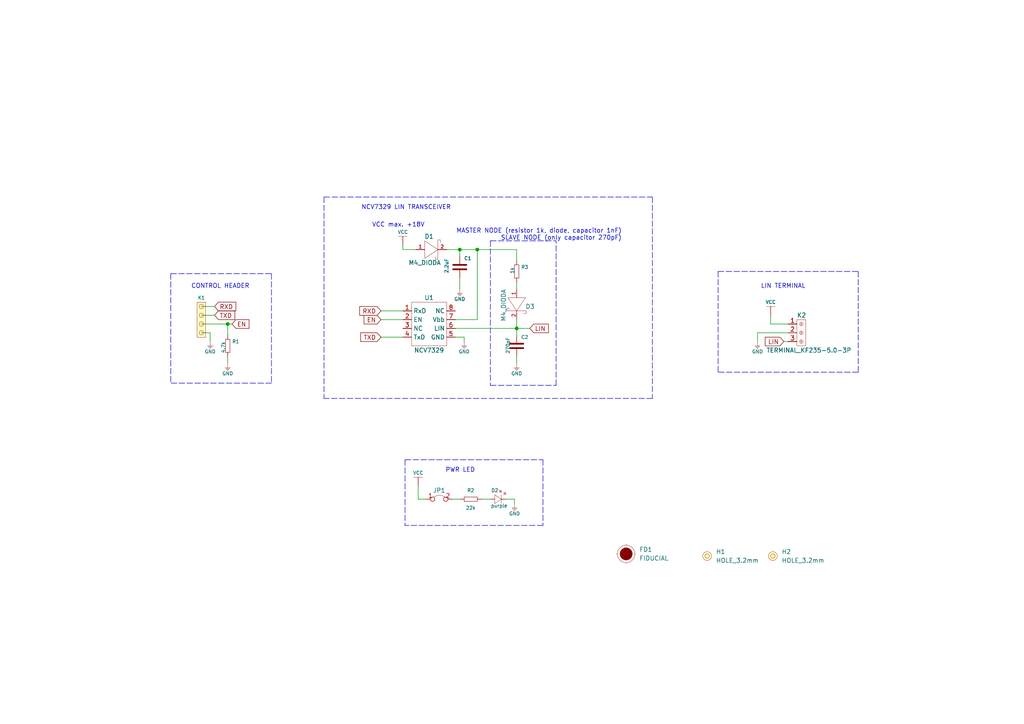
<source format=kicad_sch>
(kicad_sch (version 20210621) (generator eeschema)

  (uuid 76e213fa-eed6-4aa1-8abf-d226fe335ff2)

  (paper "A4")

  (title_block
    (title "LIN breakout")
    (date "2021-07-14")
    (rev "V1.1.1.")
    (company "SOLDERED")
    (comment 1 "333026")
  )

  (lib_symbols
    (symbol "e-radionica.com schematics:0402LED" (pin_numbers hide) (pin_names (offset 0.254) hide) (in_bom yes) (on_board yes)
      (property "Reference" "D" (id 0) (at -0.635 2.54 0)
        (effects (font (size 1 1)))
      )
      (property "Value" "0402LED" (id 1) (at 0 -2.54 0)
        (effects (font (size 1 1)))
      )
      (property "Footprint" "e-radionica.com footprinti:0402LED" (id 2) (at 0 5.08 0)
        (effects (font (size 1 1)) hide)
      )
      (property "Datasheet" "" (id 3) (at 0 0 0)
        (effects (font (size 1 1)) hide)
      )
      (symbol "0402LED_0_1"
        (polyline
          (pts
            (xy -0.635 1.27)
            (xy 1.27 0)
          )
          (stroke (width 0.0006)) (fill (type none))
        )
        (polyline
          (pts
            (xy 0.635 1.905)
            (xy 1.27 2.54)
          )
          (stroke (width 0.0006)) (fill (type none))
        )
        (polyline
          (pts
            (xy 1.27 1.27)
            (xy 1.27 -1.27)
          )
          (stroke (width 0.0006)) (fill (type none))
        )
        (polyline
          (pts
            (xy 1.905 1.27)
            (xy 2.54 1.905)
          )
          (stroke (width 0.0006)) (fill (type none))
        )
        (polyline
          (pts
            (xy -0.635 1.27)
            (xy -0.635 -1.27)
            (xy 1.27 0)
          )
          (stroke (width 0.0006)) (fill (type none))
        )
        (polyline
          (pts
            (xy 1.27 2.54)
            (xy 0.635 2.54)
            (xy 1.27 1.905)
            (xy 1.27 2.54)
          )
          (stroke (width 0.0006)) (fill (type none))
        )
        (polyline
          (pts
            (xy 2.54 1.905)
            (xy 1.905 1.905)
            (xy 2.54 1.27)
            (xy 2.54 1.905)
          )
          (stroke (width 0.0006)) (fill (type none))
        )
      )
      (symbol "0402LED_1_1"
        (pin passive line (at -1.905 0 0) (length 1.27)
          (name "A" (effects (font (size 1.27 1.27))))
          (number "1" (effects (font (size 1.27 1.27))))
        )
        (pin passive line (at 2.54 0 180) (length 1.27)
          (name "K" (effects (font (size 1.27 1.27))))
          (number "2" (effects (font (size 1.27 1.27))))
        )
      )
    )
    (symbol "e-radionica.com schematics:0402R" (pin_numbers hide) (pin_names (offset 0.254)) (in_bom yes) (on_board yes)
      (property "Reference" "R" (id 0) (at -1.905 1.27 0)
        (effects (font (size 1 1)))
      )
      (property "Value" "0402R" (id 1) (at 0 -1.27 0)
        (effects (font (size 1 1)))
      )
      (property "Footprint" "e-radionica.com footprinti:0402R" (id 2) (at -2.54 1.905 0)
        (effects (font (size 1 1)) hide)
      )
      (property "Datasheet" "" (id 3) (at -2.54 1.905 0)
        (effects (font (size 1 1)) hide)
      )
      (symbol "0402R_0_1"
        (rectangle (start -1.905 -0.635) (end 1.905 -0.6604)
          (stroke (width 0.1)) (fill (type none))
        )
        (rectangle (start -1.905 0.635) (end -1.8796 -0.635)
          (stroke (width 0.1)) (fill (type none))
        )
        (rectangle (start -1.905 0.635) (end 1.905 0.6096)
          (stroke (width 0.1)) (fill (type none))
        )
        (rectangle (start 1.905 0.635) (end 1.9304 -0.635)
          (stroke (width 0.1)) (fill (type none))
        )
      )
      (symbol "0402R_1_1"
        (pin passive line (at -3.175 0 0) (length 1.27)
          (name "~" (effects (font (size 1.27 1.27))))
          (number "1" (effects (font (size 1.27 1.27))))
        )
        (pin passive line (at 3.175 0 180) (length 1.27)
          (name "~" (effects (font (size 1.27 1.27))))
          (number "2" (effects (font (size 1.27 1.27))))
        )
      )
    )
    (symbol "e-radionica.com schematics:0603C" (pin_numbers hide) (pin_names (offset 0.002)) (in_bom yes) (on_board yes)
      (property "Reference" "C" (id 0) (at -0.635 3.175 0)
        (effects (font (size 1 1)))
      )
      (property "Value" "0603C" (id 1) (at 0 -3.175 0)
        (effects (font (size 1 1)))
      )
      (property "Footprint" "e-radionica.com footprinti:0603C" (id 2) (at 0 0 0)
        (effects (font (size 1 1)) hide)
      )
      (property "Datasheet" "" (id 3) (at 0 0 0)
        (effects (font (size 1 1)) hide)
      )
      (symbol "0603C_0_1"
        (polyline
          (pts
            (xy -0.635 1.905)
            (xy -0.635 -1.905)
          )
          (stroke (width 0.5)) (fill (type none))
        )
        (polyline
          (pts
            (xy 0.635 1.905)
            (xy 0.635 -1.905)
          )
          (stroke (width 0.5)) (fill (type none))
        )
      )
      (symbol "0603C_1_1"
        (pin passive line (at -3.175 0 0) (length 2.54)
          (name "~" (effects (font (size 1.27 1.27))))
          (number "1" (effects (font (size 1.27 1.27))))
        )
        (pin passive line (at 3.175 0 180) (length 2.54)
          (name "~" (effects (font (size 1.27 1.27))))
          (number "2" (effects (font (size 1.27 1.27))))
        )
      )
    )
    (symbol "e-radionica.com schematics:0603R" (pin_numbers hide) (pin_names (offset 0.254)) (in_bom yes) (on_board yes)
      (property "Reference" "R" (id 0) (at -1.905 1.905 0)
        (effects (font (size 1 1)))
      )
      (property "Value" "0603R" (id 1) (at 0 -1.905 0)
        (effects (font (size 1 1)))
      )
      (property "Footprint" "e-radionica.com footprinti:0603R" (id 2) (at -0.635 1.905 0)
        (effects (font (size 1 1)) hide)
      )
      (property "Datasheet" "" (id 3) (at -0.635 1.905 0)
        (effects (font (size 1 1)) hide)
      )
      (symbol "0603R_0_1"
        (rectangle (start -1.905 -0.635) (end 1.905 -0.6604)
          (stroke (width 0.1)) (fill (type none))
        )
        (rectangle (start -1.905 0.635) (end -1.8796 -0.635)
          (stroke (width 0.1)) (fill (type none))
        )
        (rectangle (start -1.905 0.635) (end 1.905 0.6096)
          (stroke (width 0.1)) (fill (type none))
        )
        (rectangle (start 1.905 0.635) (end 1.9304 -0.635)
          (stroke (width 0.1)) (fill (type none))
        )
      )
      (symbol "0603R_1_1"
        (pin passive line (at -3.175 0 0) (length 1.27)
          (name "~" (effects (font (size 1.27 1.27))))
          (number "1" (effects (font (size 1.27 1.27))))
        )
        (pin passive line (at 3.175 0 180) (length 1.27)
          (name "~" (effects (font (size 1.27 1.27))))
          (number "2" (effects (font (size 1.27 1.27))))
        )
      )
    )
    (symbol "e-radionica.com schematics:FIDUCIAL" (in_bom yes) (on_board yes)
      (property "Reference" "FD" (id 0) (at 0 3.81 0)
        (effects (font (size 1.27 1.27)))
      )
      (property "Value" "FIDUCIAL" (id 1) (at 0 -3.81 0)
        (effects (font (size 1.27 1.27)))
      )
      (property "Footprint" "e-radionica.com footprinti:FIDUCIAL_23" (id 2) (at 0.254 -5.334 0)
        (effects (font (size 1.27 1.27)) hide)
      )
      (property "Datasheet" "" (id 3) (at 0 0 0)
        (effects (font (size 1.27 1.27)) hide)
      )
      (symbol "FIDUCIAL_0_1"
        (circle (center 0 0) (radius 2.54) (stroke (width 0.0006)) (fill (type none)))
        (circle (center 0 0) (radius 1.7961) (stroke (width 0.001)) (fill (type outline)))
        (polyline
          (pts
            (xy -2.54 0)
            (xy -2.794 0)
          )
          (stroke (width 0.0006)) (fill (type none))
        )
        (polyline
          (pts
            (xy 0 -2.54)
            (xy 0 -2.794)
          )
          (stroke (width 0.0006)) (fill (type none))
        )
        (polyline
          (pts
            (xy 0 2.54)
            (xy 0 2.794)
          )
          (stroke (width 0.0006)) (fill (type none))
        )
        (polyline
          (pts
            (xy 2.54 0)
            (xy 2.794 0)
          )
          (stroke (width 0.0006)) (fill (type none))
        )
      )
    )
    (symbol "e-radionica.com schematics:GND_3" (power) (pin_names (offset 0)) (in_bom yes) (on_board yes)
      (property "Reference" "#PWR" (id 0) (at 4.445 0 0)
        (effects (font (size 1 1)) hide)
      )
      (property "Value" "GND" (id 1) (at 0 -2.921 0)
        (effects (font (size 1 1)))
      )
      (property "Footprint" "" (id 2) (at 4.445 3.81 0)
        (effects (font (size 1 1)) hide)
      )
      (property "Datasheet" "" (id 3) (at 4.445 3.81 0)
        (effects (font (size 1 1)) hide)
      )
      (property "ki_keywords" "power-flag" (id 4) (at 0 0 0)
        (effects (font (size 1.27 1.27)) hide)
      )
      (property "ki_description" "Power symbol creates a global label with name \"+3V3\"" (id 5) (at 0 0 0)
        (effects (font (size 1.27 1.27)) hide)
      )
      (symbol "GND_3_0_1"
        (polyline
          (pts
            (xy -0.762 -1.27)
            (xy 0.762 -1.27)
          )
          (stroke (width 0.0006)) (fill (type none))
        )
        (polyline
          (pts
            (xy -0.635 -1.524)
            (xy 0.635 -1.524)
          )
          (stroke (width 0.0006)) (fill (type none))
        )
        (polyline
          (pts
            (xy -0.381 -1.778)
            (xy 0.381 -1.778)
          )
          (stroke (width 0.0006)) (fill (type none))
        )
        (polyline
          (pts
            (xy -0.127 -2.032)
            (xy 0.127 -2.032)
          )
          (stroke (width 0.0006)) (fill (type none))
        )
        (polyline
          (pts
            (xy 0 0)
            (xy 0 -1.27)
          )
          (stroke (width 0.0006)) (fill (type none))
        )
      )
      (symbol "GND_3_1_1"
        (pin power_in line (at 0 0 270) (length 0) hide
          (name "GND" (effects (font (size 1.27 1.27))))
          (number "1" (effects (font (size 1.27 1.27))))
        )
      )
    )
    (symbol "e-radionica.com schematics:HEADER_MALE_4X1" (pin_numbers hide) (pin_names hide) (in_bom yes) (on_board yes)
      (property "Reference" "K" (id 0) (at -0.635 7.62 0)
        (effects (font (size 1 1)))
      )
      (property "Value" "HEADER_MALE_4X1" (id 1) (at 0 -5.08 0)
        (effects (font (size 1 1)))
      )
      (property "Footprint" "e-radionica.com footprinti:HEADER_MALE_4X1" (id 2) (at 0 -2.54 0)
        (effects (font (size 1 1)) hide)
      )
      (property "Datasheet" "" (id 3) (at 0 -2.54 0)
        (effects (font (size 1 1)) hide)
      )
      (symbol "HEADER_MALE_4X1_0_1"
        (circle (center 0 -2.54) (radius 0.635) (stroke (width 0.0006)) (fill (type none)))
        (circle (center 0 0) (radius 0.635) (stroke (width 0.0006)) (fill (type none)))
        (circle (center 0 2.54) (radius 0.635) (stroke (width 0.0006)) (fill (type none)))
        (circle (center 0 5.08) (radius 0.635) (stroke (width 0.0006)) (fill (type none)))
        (rectangle (start 1.27 -3.81) (end -1.27 6.35)
          (stroke (width 0.001)) (fill (type background))
        )
      )
      (symbol "HEADER_MALE_4X1_1_1"
        (pin passive line (at 0 -2.54 180) (length 0)
          (name "~" (effects (font (size 1 1))))
          (number "1" (effects (font (size 1 1))))
        )
        (pin passive line (at 0 0 180) (length 0)
          (name "~" (effects (font (size 1 1))))
          (number "2" (effects (font (size 1 1))))
        )
        (pin passive line (at 0 2.54 180) (length 0)
          (name "~" (effects (font (size 1 1))))
          (number "3" (effects (font (size 1 1))))
        )
        (pin passive line (at 0 5.08 180) (length 0)
          (name "~" (effects (font (size 1 1))))
          (number "4" (effects (font (size 1 1))))
        )
      )
    )
    (symbol "e-radionica.com schematics:HOLE_3.2mm" (pin_numbers hide) (pin_names hide) (in_bom yes) (on_board yes)
      (property "Reference" "H" (id 0) (at 0 2.54 0)
        (effects (font (size 1.27 1.27)))
      )
      (property "Value" "HOLE_3.2mm" (id 1) (at 0 -2.54 0)
        (effects (font (size 1.27 1.27)))
      )
      (property "Footprint" "e-radionica.com footprinti:HOLE_3.2mm" (id 2) (at 0 0 0)
        (effects (font (size 1.27 1.27)) hide)
      )
      (property "Datasheet" "" (id 3) (at 0 0 0)
        (effects (font (size 1.27 1.27)) hide)
      )
      (symbol "HOLE_3.2mm_0_1"
        (circle (center 0 0) (radius 0.635) (stroke (width 0.0006)) (fill (type none)))
        (circle (center 0 0) (radius 1.27) (stroke (width 0.001)) (fill (type background)))
      )
    )
    (symbol "e-radionica.com schematics:M4_DIODA" (pin_names hide) (in_bom yes) (on_board yes)
      (property "Reference" "D" (id 0) (at 0 3.81 0)
        (effects (font (size 1.27 1.27)))
      )
      (property "Value" "M4_DIODA" (id 1) (at 0 -4.572 0)
        (effects (font (size 1.27 1.27)))
      )
      (property "Footprint" "e-radionica.com footprinti:M4_DIODA" (id 2) (at 0 -6.35 0)
        (effects (font (size 1.27 1.27)) hide)
      )
      (property "Datasheet" "" (id 3) (at 0 0 0)
        (effects (font (size 1.27 1.27)) hide)
      )
      (symbol "M4_DIODA_0_1"
        (polyline
          (pts
            (xy -2.54 2.54)
            (xy -2.54 -2.54)
            (xy 1.27 0)
            (xy -2.54 2.54)
          )
          (stroke (width 0.0006)) (fill (type none))
        )
        (polyline
          (pts
            (xy 1.27 2.794)
            (xy 1.27 -2.794)
            (xy 0.508 -2.794)
            (xy 0.508 -2.032)
          )
          (stroke (width 0.0006)) (fill (type none))
        )
        (polyline
          (pts
            (xy 1.27 2.794)
            (xy 2.032 2.794)
            (xy 2.032 2.032)
            (xy 2.032 2.54)
          )
          (stroke (width 0.0006)) (fill (type none))
        )
      )
      (symbol "M4_DIODA_1_1"
        (pin passive line (at -5.08 0 0) (length 2.54)
          (name "A" (effects (font (size 1 1))))
          (number "1" (effects (font (size 1 1))))
        )
        (pin passive line (at 3.81 0 180) (length 2.54)
          (name "K" (effects (font (size 1 1))))
          (number "2" (effects (font (size 1 1))))
        )
      )
    )
    (symbol "e-radionica.com schematics:NCV7329" (in_bom yes) (on_board yes)
      (property "Reference" "U" (id 0) (at 0 7.62 0)
        (effects (font (size 1.27 1.27)))
      )
      (property "Value" "NCV7329" (id 1) (at 0 -7.62 0)
        (effects (font (size 1.27 1.27)))
      )
      (property "Footprint" "e-radionica.com footprinti:SOIC−8" (id 2) (at 0 -5.08 0)
        (effects (font (size 1.27 1.27)) hide)
      )
      (property "Datasheet" "" (id 3) (at 0 -5.08 0)
        (effects (font (size 1.27 1.27)) hide)
      )
      (symbol "NCV7329_0_1"
        (rectangle (start -5.08 6.35) (end 5.08 -6.35)
          (stroke (width 0.0006)) (fill (type none))
        )
      )
      (symbol "NCV7329_1_1"
        (pin passive line (at -7.62 3.81 0) (length 2.54)
          (name "RxD" (effects (font (size 1.27 1.27))))
          (number "1" (effects (font (size 1.27 1.27))))
        )
        (pin passive line (at -7.62 1.27 0) (length 2.54)
          (name "EN" (effects (font (size 1.27 1.27))))
          (number "2" (effects (font (size 1.27 1.27))))
        )
        (pin passive line (at -7.62 -1.27 0) (length 2.54)
          (name "NC" (effects (font (size 1.27 1.27))))
          (number "3" (effects (font (size 1.27 1.27))))
        )
        (pin passive line (at -7.62 -3.81 0) (length 2.54)
          (name "TxD" (effects (font (size 1.27 1.27))))
          (number "4" (effects (font (size 1.27 1.27))))
        )
        (pin passive line (at 7.62 -3.81 180) (length 2.54)
          (name "GND" (effects (font (size 1.27 1.27))))
          (number "5" (effects (font (size 1.27 1.27))))
        )
        (pin passive line (at 7.62 -1.27 180) (length 2.54)
          (name "LIN" (effects (font (size 1.27 1.27))))
          (number "6" (effects (font (size 1.27 1.27))))
        )
        (pin passive line (at 7.62 1.27 180) (length 2.54)
          (name "Vbb" (effects (font (size 1.27 1.27))))
          (number "7" (effects (font (size 1.27 1.27))))
        )
        (pin passive line (at 7.62 3.81 180) (length 2.54)
          (name "NC" (effects (font (size 1.27 1.27))))
          (number "8" (effects (font (size 1.27 1.27))))
        )
      )
    )
    (symbol "e-radionica.com schematics:SMD-JUMPER-CONNECTED_TRACE_SLODERMASK" (in_bom yes) (on_board yes)
      (property "Reference" "JP" (id 0) (at 0 3.556 0)
        (effects (font (size 1.27 1.27)))
      )
      (property "Value" "SMD-JUMPER-CONNECTED_TRACE_SLODERMASK" (id 1) (at 0 -2.54 0)
        (effects (font (size 1.27 1.27)))
      )
      (property "Footprint" "e-radionica.com footprinti:SMD-JUMPER-CONNECTED_TRACE_SLODERMASK" (id 2) (at 0 -5.715 0)
        (effects (font (size 1.27 1.27)) hide)
      )
      (property "Datasheet" "" (id 3) (at 0 0 0)
        (effects (font (size 1.27 1.27)) hide)
      )
      (symbol "SMD-JUMPER-CONNECTED_TRACE_SLODERMASK_0_1"
        (arc (start -1.8034 0.5588) (end 1.397 0.5842) (radius (at -0.1875 -1.4124) (length 2.5489) (angles 129.3 51.6))
          (stroke (width 0.0006)) (fill (type none))
        )
      )
      (symbol "SMD-JUMPER-CONNECTED_TRACE_SLODERMASK_1_1"
        (pin passive inverted (at -4.064 0 0) (length 2.54)
          (name "" (effects (font (size 1.27 1.27))))
          (number "1" (effects (font (size 1.27 1.27))))
        )
        (pin passive inverted (at 3.556 0 180) (length 2.54)
          (name "" (effects (font (size 1.27 1.27))))
          (number "2" (effects (font (size 1.27 1.27))))
        )
      )
    )
    (symbol "e-radionica.com schematics:TERMINAL_KF235-5.0-3P" (in_bom yes) (on_board yes)
      (property "Reference" "K" (id 0) (at 0 5.08 0)
        (effects (font (size 1.27 1.27)))
      )
      (property "Value" "TERMINAL_KF235-5.0-3P" (id 1) (at 0 -5.08 0)
        (effects (font (size 1.27 1.27)))
      )
      (property "Footprint" "e-radionica.com footprinti:TERMINAL_KF235-5.0-3P" (id 2) (at 0 -7.62 0)
        (effects (font (size 1.27 1.27)) hide)
      )
      (property "Datasheet" "" (id 3) (at 0 0 0)
        (effects (font (size 1.27 1.27)) hide)
      )
      (symbol "TERMINAL_KF235-5.0-3P_0_1"
        (circle (center 0 -2.54) (radius 0.508) (stroke (width 0.0006)) (fill (type none)))
        (circle (center 0 0) (radius 0.508) (stroke (width 0.0006)) (fill (type none)))
        (circle (center 0 2.54) (radius 0.508) (stroke (width 0.0006)) (fill (type none)))
        (rectangle (start -1.27 3.81) (end 1.27 -3.81)
          (stroke (width 0.0006)) (fill (type none))
        )
        (polyline
          (pts
            (xy -0.254 -2.54)
            (xy 0.254 -2.54)
          )
          (stroke (width 0.0006)) (fill (type none))
        )
        (polyline
          (pts
            (xy -0.254 0)
            (xy 0.254 0)
          )
          (stroke (width 0.0006)) (fill (type none))
        )
        (polyline
          (pts
            (xy -0.254 2.54)
            (xy 0.254 2.54)
          )
          (stroke (width 0.0006)) (fill (type none))
        )
        (polyline
          (pts
            (xy 0 -2.032)
            (xy 0 -3.048)
          )
          (stroke (width 0.0006)) (fill (type none))
        )
        (polyline
          (pts
            (xy 0 0.508)
            (xy 0 -0.508)
          )
          (stroke (width 0.0006)) (fill (type none))
        )
        (polyline
          (pts
            (xy 0 3.048)
            (xy 0 2.032)
          )
          (stroke (width 0.0006)) (fill (type none))
        )
      )
      (symbol "TERMINAL_KF235-5.0-3P_1_1"
        (pin input line (at -3.81 2.54 0) (length 2.54)
          (name "~" (effects (font (size 1.27 1.27))))
          (number "1" (effects (font (size 1.27 1.27))))
        )
        (pin input line (at -3.81 0 0) (length 2.54)
          (name "~" (effects (font (size 1.27 1.27))))
          (number "2" (effects (font (size 1.27 1.27))))
        )
        (pin input line (at -3.81 -2.54 0) (length 2.54)
          (name "~" (effects (font (size 1.27 1.27))))
          (number "3" (effects (font (size 1.27 1.27))))
        )
      )
    )
    (symbol "e-radionica.com schematics:VCC" (power) (pin_names (offset 0)) (in_bom yes) (on_board yes)
      (property "Reference" "#PWR" (id 0) (at 4.445 0 0)
        (effects (font (size 1 1)) hide)
      )
      (property "Value" "VCC" (id 1) (at 0 3.556 0)
        (effects (font (size 1 1)))
      )
      (property "Footprint" "" (id 2) (at 4.445 3.81 0)
        (effects (font (size 1 1)) hide)
      )
      (property "Datasheet" "" (id 3) (at 4.445 3.81 0)
        (effects (font (size 1 1)) hide)
      )
      (property "ki_keywords" "power-flag" (id 4) (at 0 0 0)
        (effects (font (size 1.27 1.27)) hide)
      )
      (property "ki_description" "Power symbol creates a global label with name \"+3V3\"" (id 5) (at 0 0 0)
        (effects (font (size 1.27 1.27)) hide)
      )
      (symbol "VCC_0_1"
        (polyline
          (pts
            (xy -1.27 2.54)
            (xy 1.27 2.54)
          )
          (stroke (width 0.0006)) (fill (type none))
        )
        (polyline
          (pts
            (xy 0 0)
            (xy 0 2.54)
          )
          (stroke (width 0)) (fill (type none))
        )
      )
      (symbol "VCC_1_1"
        (pin power_in line (at 0 0 90) (length 0) hide
          (name "VCC" (effects (font (size 1.27 1.27))))
          (number "1" (effects (font (size 1.27 1.27))))
        )
      )
    )
  )

  (junction (at 66.04 93.98) (diameter 0.9144) (color 0 0 0 0))
  (junction (at 133.35 72.39) (diameter 0.9144) (color 0 0 0 0))
  (junction (at 138.43 72.39) (diameter 0.9144) (color 0 0 0 0))
  (junction (at 149.86 95.25) (diameter 0.9144) (color 0 0 0 0))

  (wire (pts (xy 58.42 88.9) (xy 62.23 88.9))
    (stroke (width 0) (type solid) (color 0 0 0 0))
    (uuid 6a775b72-965d-4302-8b11-35e9ad6c9ad0)
  )
  (wire (pts (xy 58.42 91.44) (xy 62.23 91.44))
    (stroke (width 0) (type solid) (color 0 0 0 0))
    (uuid 69bb6de3-dcd8-4af3-8aa6-fa27cefa55ca)
  )
  (wire (pts (xy 58.42 93.98) (xy 66.04 93.98))
    (stroke (width 0) (type solid) (color 0 0 0 0))
    (uuid ccfd4ed6-36ee-4304-acc8-2a7750d276b1)
  )
  (wire (pts (xy 58.42 96.52) (xy 60.96 96.52))
    (stroke (width 0) (type solid) (color 0 0 0 0))
    (uuid b60c5acf-7839-4d8d-9c1b-d219e58044ee)
  )
  (wire (pts (xy 60.96 96.52) (xy 60.96 99.06))
    (stroke (width 0) (type solid) (color 0 0 0 0))
    (uuid b60c5acf-7839-4d8d-9c1b-d219e58044ee)
  )
  (wire (pts (xy 66.04 93.98) (xy 66.04 97.155))
    (stroke (width 0) (type solid) (color 0 0 0 0))
    (uuid 06fb5969-6c78-40ee-a0c8-761f30697971)
  )
  (wire (pts (xy 66.04 93.98) (xy 67.31 93.98))
    (stroke (width 0) (type solid) (color 0 0 0 0))
    (uuid ccfd4ed6-36ee-4304-acc8-2a7750d276b1)
  )
  (wire (pts (xy 66.04 103.505) (xy 66.04 105.41))
    (stroke (width 0) (type solid) (color 0 0 0 0))
    (uuid 2d086919-3634-4eca-9ac1-5234112016ae)
  )
  (wire (pts (xy 110.49 90.17) (xy 116.84 90.17))
    (stroke (width 0) (type solid) (color 0 0 0 0))
    (uuid 7f30784b-1f64-413d-8463-cf7b3c93f3e2)
  )
  (wire (pts (xy 110.49 92.71) (xy 116.84 92.71))
    (stroke (width 0) (type solid) (color 0 0 0 0))
    (uuid fd89b58e-86f5-4877-bc52-23a3a627b853)
  )
  (wire (pts (xy 110.49 97.79) (xy 116.84 97.79))
    (stroke (width 0) (type solid) (color 0 0 0 0))
    (uuid dff8eb2c-6aca-41f4-9ca3-481bff70ac5a)
  )
  (wire (pts (xy 116.84 72.39) (xy 116.84 71.12))
    (stroke (width 0) (type solid) (color 0 0 0 0))
    (uuid 8a4730f9-71ca-41ec-917d-8ec3eaba4564)
  )
  (wire (pts (xy 120.65 72.39) (xy 116.84 72.39))
    (stroke (width 0) (type solid) (color 0 0 0 0))
    (uuid 8a4730f9-71ca-41ec-917d-8ec3eaba4564)
  )
  (wire (pts (xy 121.285 140.97) (xy 121.285 144.78))
    (stroke (width 0) (type solid) (color 0 0 0 0))
    (uuid d135574b-3dd4-46b7-948d-8609eae83474)
  )
  (wire (pts (xy 123.571 144.78) (xy 121.285 144.78))
    (stroke (width 0) (type solid) (color 0 0 0 0))
    (uuid 50b05092-e69d-4444-85d6-64e5700df657)
  )
  (wire (pts (xy 131.191 144.78) (xy 133.35 144.78))
    (stroke (width 0) (type solid) (color 0 0 0 0))
    (uuid ae10e11d-3a72-4245-a4fc-13f370b3db38)
  )
  (wire (pts (xy 132.08 95.25) (xy 149.86 95.25))
    (stroke (width 0) (type solid) (color 0 0 0 0))
    (uuid 9e8b2346-c468-47e2-b53f-1e3e64503f68)
  )
  (wire (pts (xy 132.08 97.79) (xy 134.62 97.79))
    (stroke (width 0) (type solid) (color 0 0 0 0))
    (uuid 616833f0-50f4-4153-8dca-2f88b1181e2a)
  )
  (wire (pts (xy 133.35 72.39) (xy 129.54 72.39))
    (stroke (width 0) (type solid) (color 0 0 0 0))
    (uuid e25dde7a-de32-4f2a-bd42-b6952ccd1e27)
  )
  (wire (pts (xy 133.35 72.39) (xy 133.35 74.295))
    (stroke (width 0) (type solid) (color 0 0 0 0))
    (uuid 2d7ae0bd-0007-4297-8e05-32320efa073c)
  )
  (wire (pts (xy 133.35 80.645) (xy 133.35 83.82))
    (stroke (width 0) (type solid) (color 0 0 0 0))
    (uuid 304d1f9f-0ae6-4c09-a682-f1f13aaf4502)
  )
  (wire (pts (xy 134.62 97.79) (xy 134.62 99.06))
    (stroke (width 0) (type solid) (color 0 0 0 0))
    (uuid 616833f0-50f4-4153-8dca-2f88b1181e2a)
  )
  (wire (pts (xy 138.43 72.39) (xy 133.35 72.39))
    (stroke (width 0) (type solid) (color 0 0 0 0))
    (uuid e25dde7a-de32-4f2a-bd42-b6952ccd1e27)
  )
  (wire (pts (xy 138.43 72.39) (xy 138.43 92.71))
    (stroke (width 0) (type solid) (color 0 0 0 0))
    (uuid a44b84ea-f754-4a2e-894b-26be37b13950)
  )
  (wire (pts (xy 138.43 92.71) (xy 132.08 92.71))
    (stroke (width 0) (type solid) (color 0 0 0 0))
    (uuid a44b84ea-f754-4a2e-894b-26be37b13950)
  )
  (wire (pts (xy 139.7 144.78) (xy 142.24 144.78))
    (stroke (width 0) (type solid) (color 0 0 0 0))
    (uuid 3014cdde-82b5-4ef5-897d-cacb87f41049)
  )
  (wire (pts (xy 149.225 144.78) (xy 146.685 144.78))
    (stroke (width 0) (type solid) (color 0 0 0 0))
    (uuid 2061ba58-9d90-4ba6-997c-3e8ae190b022)
  )
  (wire (pts (xy 149.225 144.78) (xy 149.225 146.05))
    (stroke (width 0) (type solid) (color 0 0 0 0))
    (uuid 901a42df-7872-4d66-8df2-445fdaed839f)
  )
  (wire (pts (xy 149.86 72.39) (xy 138.43 72.39))
    (stroke (width 0) (type solid) (color 0 0 0 0))
    (uuid f2ebad95-3300-4965-948a-d403fd075032)
  )
  (wire (pts (xy 149.86 75.565) (xy 149.86 72.39))
    (stroke (width 0) (type solid) (color 0 0 0 0))
    (uuid f2ebad95-3300-4965-948a-d403fd075032)
  )
  (wire (pts (xy 149.86 81.915) (xy 149.86 83.82))
    (stroke (width 0) (type solid) (color 0 0 0 0))
    (uuid 47daae16-1a84-482c-9aff-6d9858b12418)
  )
  (wire (pts (xy 149.86 95.25) (xy 149.86 92.71))
    (stroke (width 0) (type solid) (color 0 0 0 0))
    (uuid 9e8b2346-c468-47e2-b53f-1e3e64503f68)
  )
  (wire (pts (xy 149.86 95.25) (xy 149.86 97.155))
    (stroke (width 0) (type solid) (color 0 0 0 0))
    (uuid f922bedf-ae3f-4c72-902f-1d2a8f06bc81)
  )
  (wire (pts (xy 149.86 95.25) (xy 153.67 95.25))
    (stroke (width 0) (type solid) (color 0 0 0 0))
    (uuid e3420765-e308-4b5e-a541-145178eb12fb)
  )
  (wire (pts (xy 149.86 103.505) (xy 149.86 105.41))
    (stroke (width 0) (type solid) (color 0 0 0 0))
    (uuid f0306d0c-ddb4-4546-8bd7-5e50baa9018c)
  )
  (wire (pts (xy 219.71 96.52) (xy 219.71 99.06))
    (stroke (width 0) (type solid) (color 0 0 0 0))
    (uuid 6abdc944-974a-491e-9ca7-a631e073f063)
  )
  (wire (pts (xy 219.71 96.52) (xy 228.6 96.52))
    (stroke (width 0) (type solid) (color 0 0 0 0))
    (uuid 6abdc944-974a-491e-9ca7-a631e073f063)
  )
  (wire (pts (xy 223.52 93.98) (xy 223.52 91.44))
    (stroke (width 0) (type solid) (color 0 0 0 0))
    (uuid bc6f2ef0-4821-448b-aef4-9dbd6bd154ff)
  )
  (wire (pts (xy 227.33 99.06) (xy 228.6 99.06))
    (stroke (width 0) (type solid) (color 0 0 0 0))
    (uuid fd4ecd03-990b-489d-a454-035bb3c20123)
  )
  (wire (pts (xy 228.6 93.98) (xy 223.52 93.98))
    (stroke (width 0) (type solid) (color 0 0 0 0))
    (uuid bc6f2ef0-4821-448b-aef4-9dbd6bd154ff)
  )
  (polyline (pts (xy 49.53 79.375) (xy 49.53 111.125))
    (stroke (width 0) (type dash) (color 0 0 0 0))
    (uuid 23440022-fa92-46ea-bf31-71f02f41c12a)
  )
  (polyline (pts (xy 49.53 79.375) (xy 78.74 79.375))
    (stroke (width 0) (type dash) (color 0 0 0 0))
    (uuid 23440022-fa92-46ea-bf31-71f02f41c12a)
  )
  (polyline (pts (xy 78.74 79.375) (xy 78.74 111.125))
    (stroke (width 0) (type dash) (color 0 0 0 0))
    (uuid 23440022-fa92-46ea-bf31-71f02f41c12a)
  )
  (polyline (pts (xy 78.74 111.125) (xy 49.53 111.125))
    (stroke (width 0) (type dash) (color 0 0 0 0))
    (uuid 23440022-fa92-46ea-bf31-71f02f41c12a)
  )
  (polyline (pts (xy 93.98 57.15) (xy 93.98 115.57))
    (stroke (width 0) (type dash) (color 0 0 0 0))
    (uuid 69d27d24-ae59-4de5-9fdc-3517e56e3790)
  )
  (polyline (pts (xy 93.98 57.15) (xy 189.23 57.15))
    (stroke (width 0) (type dash) (color 0 0 0 0))
    (uuid 69d27d24-ae59-4de5-9fdc-3517e56e3790)
  )
  (polyline (pts (xy 117.475 133.35) (xy 117.475 152.4))
    (stroke (width 0) (type dash) (color 0 0 0 0))
    (uuid 3f66f442-15ec-4aa8-a5cc-ac7bdab6eb36)
  )
  (polyline (pts (xy 117.475 133.35) (xy 157.48 133.35))
    (stroke (width 0) (type dash) (color 0 0 0 0))
    (uuid 6b84f910-ee66-4561-9dba-15e8b58fc4ff)
  )
  (polyline (pts (xy 142.24 69.85) (xy 142.24 111.76))
    (stroke (width 0) (type dash) (color 0 0 0 0))
    (uuid af77440c-2803-47eb-a6bc-73b434ebc654)
  )
  (polyline (pts (xy 142.24 69.85) (xy 161.29 69.85))
    (stroke (width 0) (type dash) (color 0 0 0 0))
    (uuid af77440c-2803-47eb-a6bc-73b434ebc654)
  )
  (polyline (pts (xy 142.24 111.76) (xy 161.29 111.76))
    (stroke (width 0) (type dash) (color 0 0 0 0))
    (uuid af77440c-2803-47eb-a6bc-73b434ebc654)
  )
  (polyline (pts (xy 157.48 133.35) (xy 157.48 152.4))
    (stroke (width 0) (type dash) (color 0 0 0 0))
    (uuid 5bbaa458-5b9f-433b-a81f-a32d41d12b60)
  )
  (polyline (pts (xy 157.48 152.4) (xy 117.475 152.4))
    (stroke (width 0) (type dash) (color 0 0 0 0))
    (uuid 3d2de0fd-bc6c-4027-810f-517044b13d39)
  )
  (polyline (pts (xy 161.29 111.76) (xy 161.29 69.85))
    (stroke (width 0) (type dash) (color 0 0 0 0))
    (uuid af77440c-2803-47eb-a6bc-73b434ebc654)
  )
  (polyline (pts (xy 189.23 57.15) (xy 189.23 115.57))
    (stroke (width 0) (type dash) (color 0 0 0 0))
    (uuid 69d27d24-ae59-4de5-9fdc-3517e56e3790)
  )
  (polyline (pts (xy 189.23 115.57) (xy 93.98 115.57))
    (stroke (width 0) (type dash) (color 0 0 0 0))
    (uuid 69d27d24-ae59-4de5-9fdc-3517e56e3790)
  )
  (polyline (pts (xy 208.28 78.74) (xy 208.28 107.95))
    (stroke (width 0) (type dash) (color 0 0 0 0))
    (uuid b3f09ed6-783a-493e-b01d-a74f28b90146)
  )
  (polyline (pts (xy 208.28 78.74) (xy 248.92 78.74))
    (stroke (width 0) (type dash) (color 0 0 0 0))
    (uuid b3f09ed6-783a-493e-b01d-a74f28b90146)
  )
  (polyline (pts (xy 248.92 78.74) (xy 248.92 107.95))
    (stroke (width 0) (type dash) (color 0 0 0 0))
    (uuid b3f09ed6-783a-493e-b01d-a74f28b90146)
  )
  (polyline (pts (xy 248.92 107.95) (xy 208.28 107.95))
    (stroke (width 0) (type dash) (color 0 0 0 0))
    (uuid b3f09ed6-783a-493e-b01d-a74f28b90146)
  )

  (text "CONTROL HEADER" (at 72.39 83.82 180)
    (effects (font (size 1.27 1.27)) (justify right bottom))
    (uuid 826d15e0-e17b-48a9-814e-b02d090ec859)
  )
  (text "VCC max. +18V" (at 123.19 66.04 180)
    (effects (font (size 1.27 1.27)) (justify right bottom))
    (uuid 659987ce-f0b2-445b-a569-b239c9dcdecb)
  )
  (text "NCV7329 LIN TRANSCEIVER" (at 130.81 60.96 180)
    (effects (font (size 1.27 1.27)) (justify right bottom))
    (uuid 641b1366-44f5-41a7-940b-a613b4d72aee)
  )
  (text "PWR LED" (at 137.795 137.16 180)
    (effects (font (size 1.27 1.27)) (justify right bottom))
    (uuid f79fb5d1-9e8a-4340-ae96-72a913a9af8d)
  )
  (text "MASTER NODE (resistor 1k, diode, capacitor 1nF)\nSLAVE NODE (only capacitor 270pF)"
    (at 180.34 69.85 0)
    (effects (font (size 1.27 1.27)) (justify right bottom))
    (uuid e27628d6-433c-4ff3-bc50-dae1132a9fc7)
  )
  (text "LIN TERMINAL" (at 233.68 83.82 180)
    (effects (font (size 1.27 1.27)) (justify right bottom))
    (uuid 7c2dd623-898d-4cf8-996c-bb410abb8114)
  )

  (global_label "RXD" (shape input) (at 62.23 88.9 0)
    (effects (font (size 1.27 1.27)) (justify left))
    (uuid 0788322f-d128-42f0-a3a8-a2d03de63b5e)
    (property "Intersheet References" "${INTERSHEET_REFS}" (id 0) (at 69.9166 88.9794 0)
      (effects (font (size 1.27 1.27)) (justify left) hide)
    )
  )
  (global_label "TXD" (shape input) (at 62.23 91.44 0)
    (effects (font (size 1.27 1.27)) (justify left))
    (uuid 7590607b-0d09-4a56-9815-ad881e9da350)
    (property "Intersheet References" "${INTERSHEET_REFS}" (id 0) (at 69.6142 91.5194 0)
      (effects (font (size 1.27 1.27)) (justify left) hide)
    )
  )
  (global_label "EN" (shape input) (at 67.31 93.98 0)
    (effects (font (size 1.27 1.27)) (justify left))
    (uuid d489b69a-8532-44ac-8656-2bd12526eea6)
    (property "Intersheet References" "${INTERSHEET_REFS}" (id 0) (at 73.7266 94.0594 0)
      (effects (font (size 1.27 1.27)) (justify left) hide)
    )
  )
  (global_label "RXD" (shape input) (at 110.49 90.17 180)
    (effects (font (size 1.27 1.27)) (justify right))
    (uuid 38c7f747-e4ea-4b6d-8e73-ccfd40cd04ca)
    (property "Intersheet References" "${INTERSHEET_REFS}" (id 0) (at 102.8034 90.0906 0)
      (effects (font (size 1.27 1.27)) (justify right) hide)
    )
  )
  (global_label "EN" (shape input) (at 110.49 92.71 180)
    (effects (font (size 1.27 1.27)) (justify right))
    (uuid 03143f5d-9ebc-4eab-a227-4246ce962b02)
    (property "Intersheet References" "${INTERSHEET_REFS}" (id 0) (at 104.0734 92.6306 0)
      (effects (font (size 1.27 1.27)) (justify right) hide)
    )
  )
  (global_label "TXD" (shape input) (at 110.49 97.79 180)
    (effects (font (size 1.27 1.27)) (justify right))
    (uuid 583ab378-94ee-4ca1-a866-c9fd90f25ef3)
    (property "Intersheet References" "${INTERSHEET_REFS}" (id 0) (at 103.1058 97.7106 0)
      (effects (font (size 1.27 1.27)) (justify right) hide)
    )
  )
  (global_label "LIN" (shape input) (at 153.67 95.25 0)
    (effects (font (size 1.27 1.27)) (justify left))
    (uuid 111a1130-0080-433b-a372-04b1af39a08d)
    (property "Intersheet References" "${INTERSHEET_REFS}" (id 0) (at 160.5704 95.1706 0)
      (effects (font (size 1.27 1.27)) (justify left) hide)
    )
  )
  (global_label "LIN" (shape input) (at 227.33 99.06 180)
    (effects (font (size 1.27 1.27)) (justify right))
    (uuid b9f412cf-8be1-4e68-864f-bae895fad6f0)
    (property "Intersheet References" "${INTERSHEET_REFS}" (id 0) (at 220.4296 98.9806 0)
      (effects (font (size 1.27 1.27)) (justify right) hide)
    )
  )

  (symbol (lib_name "e-radionica.com schematics:GND_3") (lib_id "e-radionica.com schematics:GND") (at 60.96 99.06 0) (unit 1)
    (in_bom yes) (on_board yes)
    (uuid db9823e5-bb17-4aac-846a-294e35370486)
    (property "Reference" "#PWR0104" (id 0) (at 65.405 99.06 0)
      (effects (font (size 1 1)) hide)
    )
    (property "Value" "GND" (id 1) (at 60.96 101.981 0)
      (effects (font (size 1 1)))
    )
    (property "Footprint" "" (id 2) (at 65.405 95.25 0)
      (effects (font (size 1 1)) hide)
    )
    (property "Datasheet" "" (id 3) (at 65.405 95.25 0)
      (effects (font (size 1 1)) hide)
    )
    (pin "1" (uuid 4b59535a-117c-4257-87e9-79c1907c9ad0))
  )

  (symbol (lib_name "e-radionica.com schematics:GND_3") (lib_id "e-radionica.com schematics:GND") (at 66.04 105.41 0) (unit 1)
    (in_bom yes) (on_board yes)
    (uuid 9657a840-402b-4c60-9fcd-7d536b493f71)
    (property "Reference" "#PWR0105" (id 0) (at 70.485 105.41 0)
      (effects (font (size 1 1)) hide)
    )
    (property "Value" "GND" (id 1) (at 66.04 108.331 0)
      (effects (font (size 1 1)))
    )
    (property "Footprint" "" (id 2) (at 70.485 101.6 0)
      (effects (font (size 1 1)) hide)
    )
    (property "Datasheet" "" (id 3) (at 70.485 101.6 0)
      (effects (font (size 1 1)) hide)
    )
    (pin "1" (uuid 4b59535a-117c-4257-87e9-79c1907c9ad0))
  )

  (symbol (lib_name "e-radionica.com schematics:GND_3") (lib_id "e-radionica.com schematics:GND") (at 133.35 83.82 0) (unit 1)
    (in_bom yes) (on_board yes)
    (uuid 6b5bafeb-07b3-4e0c-997c-f260f3e92ea7)
    (property "Reference" "#PWR0107" (id 0) (at 137.795 83.82 0)
      (effects (font (size 1 1)) hide)
    )
    (property "Value" "GND" (id 1) (at 133.35 86.741 0)
      (effects (font (size 1 1)))
    )
    (property "Footprint" "" (id 2) (at 137.795 80.01 0)
      (effects (font (size 1 1)) hide)
    )
    (property "Datasheet" "" (id 3) (at 137.795 80.01 0)
      (effects (font (size 1 1)) hide)
    )
    (pin "1" (uuid 4b59535a-117c-4257-87e9-79c1907c9ad0))
  )

  (symbol (lib_name "e-radionica.com schematics:GND_3") (lib_id "e-radionica.com schematics:GND") (at 134.62 99.06 0) (unit 1)
    (in_bom yes) (on_board yes)
    (uuid 5dd1b7e4-7398-4410-8acd-303a749e4872)
    (property "Reference" "#PWR0108" (id 0) (at 139.065 99.06 0)
      (effects (font (size 1 1)) hide)
    )
    (property "Value" "GND" (id 1) (at 134.62 101.981 0)
      (effects (font (size 1 1)))
    )
    (property "Footprint" "" (id 2) (at 139.065 95.25 0)
      (effects (font (size 1 1)) hide)
    )
    (property "Datasheet" "" (id 3) (at 139.065 95.25 0)
      (effects (font (size 1 1)) hide)
    )
    (pin "1" (uuid 4b59535a-117c-4257-87e9-79c1907c9ad0))
  )

  (symbol (lib_name "e-radionica.com schematics:GND_3") (lib_id "e-radionica.com schematics:GND") (at 149.225 146.05 0) (unit 1)
    (in_bom yes) (on_board yes)
    (uuid 750098a1-1972-4133-bc10-46e915a753fc)
    (property "Reference" "#PWR0109" (id 0) (at 153.67 146.05 0)
      (effects (font (size 1 1)) hide)
    )
    (property "Value" "GND" (id 1) (at 149.225 148.971 0)
      (effects (font (size 1 1)))
    )
    (property "Footprint" "" (id 2) (at 153.67 142.24 0)
      (effects (font (size 1 1)) hide)
    )
    (property "Datasheet" "" (id 3) (at 153.67 142.24 0)
      (effects (font (size 1 1)) hide)
    )
    (pin "1" (uuid 4b59535a-117c-4257-87e9-79c1907c9ad0))
  )

  (symbol (lib_name "e-radionica.com schematics:GND_3") (lib_id "e-radionica.com schematics:GND") (at 149.86 105.41 0) (unit 1)
    (in_bom yes) (on_board yes)
    (uuid 608186cb-283f-4197-93f0-c2335d2a9898)
    (property "Reference" "#PWR0103" (id 0) (at 154.305 105.41 0)
      (effects (font (size 1 1)) hide)
    )
    (property "Value" "GND" (id 1) (at 149.86 108.331 0)
      (effects (font (size 1 1)))
    )
    (property "Footprint" "" (id 2) (at 154.305 101.6 0)
      (effects (font (size 1 1)) hide)
    )
    (property "Datasheet" "" (id 3) (at 154.305 101.6 0)
      (effects (font (size 1 1)) hide)
    )
    (pin "1" (uuid 4b59535a-117c-4257-87e9-79c1907c9ad0))
  )

  (symbol (lib_name "e-radionica.com schematics:GND_3") (lib_id "e-radionica.com schematics:GND") (at 219.71 99.06 0) (unit 1)
    (in_bom yes) (on_board yes)
    (uuid cc2d573d-251e-4c2c-a821-d02a1926031c)
    (property "Reference" "#PWR0102" (id 0) (at 224.155 99.06 0)
      (effects (font (size 1 1)) hide)
    )
    (property "Value" "GND" (id 1) (at 219.71 101.981 0)
      (effects (font (size 1 1)))
    )
    (property "Footprint" "" (id 2) (at 224.155 95.25 0)
      (effects (font (size 1 1)) hide)
    )
    (property "Datasheet" "" (id 3) (at 224.155 95.25 0)
      (effects (font (size 1 1)) hide)
    )
    (pin "1" (uuid 4b59535a-117c-4257-87e9-79c1907c9ad0))
  )

  (symbol (lib_id "e-radionica.com schematics:HOLE_3.2mm") (at 205.105 161.29 0) (unit 1)
    (in_bom yes) (on_board yes)
    (uuid 6b0e629b-3763-49d3-b19c-504bf7e030f2)
    (property "Reference" "H1" (id 0) (at 207.645 160.02 0)
      (effects (font (size 1.27 1.27)) (justify left))
    )
    (property "Value" "HOLE_3.2mm" (id 1) (at 207.645 162.56 0)
      (effects (font (size 1.27 1.27)) (justify left))
    )
    (property "Footprint" "e-radionica.com footprinti:HOLE_3.2mm" (id 2) (at 205.105 161.29 0)
      (effects (font (size 1.27 1.27)) hide)
    )
    (property "Datasheet" "" (id 3) (at 205.105 161.29 0)
      (effects (font (size 1.27 1.27)) hide)
    )
  )

  (symbol (lib_id "e-radionica.com schematics:HOLE_3.2mm") (at 224.155 161.29 0) (unit 1)
    (in_bom yes) (on_board yes)
    (uuid b0b9993e-1a20-46cb-951c-74d707ed31fc)
    (property "Reference" "H2" (id 0) (at 226.695 160.02 0)
      (effects (font (size 1.27 1.27)) (justify left))
    )
    (property "Value" "HOLE_3.2mm" (id 1) (at 226.695 162.56 0)
      (effects (font (size 1.27 1.27)) (justify left))
    )
    (property "Footprint" "e-radionica.com footprinti:HOLE_3.2mm" (id 2) (at 224.155 161.29 0)
      (effects (font (size 1.27 1.27)) hide)
    )
    (property "Datasheet" "" (id 3) (at 224.155 161.29 0)
      (effects (font (size 1.27 1.27)) hide)
    )
  )

  (symbol (lib_id "e-radionica.com schematics:VCC") (at 116.84 71.12 0) (unit 1)
    (in_bom yes) (on_board yes)
    (uuid 77be951e-5b00-44e8-b86c-c7e2ab26c0e2)
    (property "Reference" "#PWR0106" (id 0) (at 121.285 71.12 0)
      (effects (font (size 1 1)) hide)
    )
    (property "Value" "VCC" (id 1) (at 116.84 67.31 0)
      (effects (font (size 1 1)))
    )
    (property "Footprint" "" (id 2) (at 121.285 67.31 0)
      (effects (font (size 1 1)) hide)
    )
    (property "Datasheet" "" (id 3) (at 121.285 67.31 0)
      (effects (font (size 1 1)) hide)
    )
    (pin "1" (uuid c7289c01-b1fd-41a7-96db-ef4bd32aaa2c))
  )

  (symbol (lib_id "e-radionica.com schematics:VCC") (at 121.285 140.97 0) (unit 1)
    (in_bom yes) (on_board yes)
    (uuid 3e8b56e4-7ebb-4eff-ba5c-109d52f016fe)
    (property "Reference" "#PWR0110" (id 0) (at 125.73 140.97 0)
      (effects (font (size 1 1)) hide)
    )
    (property "Value" "VCC" (id 1) (at 121.285 137.16 0)
      (effects (font (size 1 1)))
    )
    (property "Footprint" "" (id 2) (at 125.73 137.16 0)
      (effects (font (size 1 1)) hide)
    )
    (property "Datasheet" "" (id 3) (at 125.73 137.16 0)
      (effects (font (size 1 1)) hide)
    )
    (pin "1" (uuid c7289c01-b1fd-41a7-96db-ef4bd32aaa2c))
  )

  (symbol (lib_id "e-radionica.com schematics:VCC") (at 223.52 91.44 0) (unit 1)
    (in_bom yes) (on_board yes)
    (uuid 9bc9b28c-c7fc-4ea1-92af-602a13643070)
    (property "Reference" "#PWR0101" (id 0) (at 227.965 91.44 0)
      (effects (font (size 1 1)) hide)
    )
    (property "Value" "VCC" (id 1) (at 223.52 87.63 0)
      (effects (font (size 1 1)))
    )
    (property "Footprint" "" (id 2) (at 227.965 87.63 0)
      (effects (font (size 1 1)) hide)
    )
    (property "Datasheet" "" (id 3) (at 227.965 87.63 0)
      (effects (font (size 1 1)) hide)
    )
    (pin "1" (uuid c7289c01-b1fd-41a7-96db-ef4bd32aaa2c))
  )

  (symbol (lib_id "e-radionica.com schematics:0603R") (at 66.04 100.33 90) (unit 1)
    (in_bom yes) (on_board yes)
    (uuid 2ddd7e67-cab0-46fc-bf20-3405a012c401)
    (property "Reference" "R1" (id 0) (at 67.31 99.06 90)
      (effects (font (size 1 1)) (justify right))
    )
    (property "Value" "4.7k" (id 1) (at 64.77 99.06 0)
      (effects (font (size 1 1)) (justify right))
    )
    (property "Footprint" "e-radionica.com footprinti:0603R" (id 2) (at 64.135 100.965 0)
      (effects (font (size 1 1)) hide)
    )
    (property "Datasheet" "" (id 3) (at 64.135 100.965 0)
      (effects (font (size 1 1)) hide)
    )
    (pin "1" (uuid 23aad73b-6ff0-460b-8948-0fff6cd23ead))
    (pin "2" (uuid 73f58e4e-a423-4c87-b120-28f98bcddaec))
  )

  (symbol (lib_id "e-radionica.com schematics:0402R") (at 136.525 144.78 0) (unit 1)
    (in_bom yes) (on_board yes)
    (uuid 16aada48-70ab-4d56-8125-9ed377a9391b)
    (property "Reference" "R2" (id 0) (at 136.525 142.24 0)
      (effects (font (size 1 1)))
    )
    (property "Value" "22k" (id 1) (at 136.525 147.32 0)
      (effects (font (size 1 1)))
    )
    (property "Footprint" "e-radionica.com footprinti:0402R" (id 2) (at 133.985 142.875 0)
      (effects (font (size 1 1)) hide)
    )
    (property "Datasheet" "" (id 3) (at 133.985 142.875 0)
      (effects (font (size 1 1)) hide)
    )
    (pin "1" (uuid 525d526a-18f2-4eb8-aef2-4a98bf65dcf3))
    (pin "2" (uuid b9c2d983-f7e2-450e-82a1-bfa99b45890f))
  )

  (symbol (lib_id "e-radionica.com schematics:0603R") (at 149.86 78.74 90) (unit 1)
    (in_bom yes) (on_board yes)
    (uuid 0f35f4cf-416d-4c64-8454-23721da8b59a)
    (property "Reference" "R3" (id 0) (at 151.13 77.47 90)
      (effects (font (size 1 1)) (justify right))
    )
    (property "Value" "1k" (id 1) (at 148.59 77.47 0)
      (effects (font (size 1 1)) (justify right))
    )
    (property "Footprint" "e-radionica.com footprinti:0603R" (id 2) (at 147.955 79.375 0)
      (effects (font (size 1 1)) hide)
    )
    (property "Datasheet" "" (id 3) (at 147.955 79.375 0)
      (effects (font (size 1 1)) hide)
    )
    (pin "1" (uuid 23aad73b-6ff0-460b-8948-0fff6cd23ead))
    (pin "2" (uuid 73f58e4e-a423-4c87-b120-28f98bcddaec))
  )

  (symbol (lib_id "e-radionica.com schematics:SMD-JUMPER-CONNECTED_TRACE_SLODERMASK") (at 127.635 144.78 0) (unit 1)
    (in_bom yes) (on_board yes)
    (uuid f9cbab90-7482-4803-b363-1a0342b790dd)
    (property "Reference" "JP1" (id 0) (at 127.381 142.24 0))
    (property "Value" "SMD-JUMPER-CONNECTED_TRACE_SLODERMASK" (id 1) (at 127.381 147.32 0)
      (effects (font (size 1.27 1.27)) hide)
    )
    (property "Footprint" "e-radionica.com footprinti:SMD-JUMPER-CONNECTED_TRACE_SLODERMASK" (id 2) (at 127.635 150.495 0)
      (effects (font (size 1.27 1.27)) hide)
    )
    (property "Datasheet" "" (id 3) (at 127.635 144.78 0)
      (effects (font (size 1.27 1.27)) hide)
    )
    (pin "1" (uuid e2526583-866f-46fa-983e-dcab0b82acfd))
    (pin "2" (uuid 85410024-a1de-4944-b3d9-7a8d573c0548))
  )

  (symbol (lib_id "e-radionica.com schematics:0402LED") (at 144.145 144.78 0) (unit 1)
    (in_bom yes) (on_board yes)
    (uuid 10ff8fce-7140-4d8d-aee8-9c0f72801a4b)
    (property "Reference" "D2" (id 0) (at 143.51 142.24 0)
      (effects (font (size 1 1)))
    )
    (property "Value" "purple" (id 1) (at 144.78 146.685 0)
      (effects (font (size 1 1)))
    )
    (property "Footprint" "e-radionica.com footprinti:0402LED" (id 2) (at 144.145 139.7 0)
      (effects (font (size 1 1)) hide)
    )
    (property "Datasheet" "" (id 3) (at 144.145 144.78 0)
      (effects (font (size 1 1)) hide)
    )
    (pin "1" (uuid 1c798168-aa17-4a79-8ebd-bc0a09119511))
    (pin "2" (uuid 7e3dcc37-e7f5-41f0-adf0-fa53029f4a43))
  )

  (symbol (lib_id "e-radionica.com schematics:HEADER_MALE_4X1") (at 58.42 93.98 0) (unit 1)
    (in_bom yes) (on_board yes)
    (uuid a838028c-fb7a-4081-baab-e11419132c44)
    (property "Reference" "K1" (id 0) (at 58.42 86.36 0)
      (effects (font (size 1 1)))
    )
    (property "Value" "HEADER_MALE_4X1" (id 1) (at 58.42 99.06 0)
      (effects (font (size 1 1)) hide)
    )
    (property "Footprint" "e-radionica.com footprinti:HEADER_MALE_4X1" (id 2) (at 58.42 96.52 0)
      (effects (font (size 1 1)) hide)
    )
    (property "Datasheet" "" (id 3) (at 58.42 96.52 0)
      (effects (font (size 1 1)) hide)
    )
    (pin "1" (uuid b3681f3b-ed14-4d6d-af29-cbc74b6f7961))
    (pin "2" (uuid e7a31a0d-75f4-468e-8a81-db53f668be19))
    (pin "3" (uuid 1ead6716-fd98-4807-a798-77f16ed81732))
    (pin "4" (uuid d3fa603d-f704-4d50-8c56-7f61af480571))
  )

  (symbol (lib_id "e-radionica.com schematics:0603C") (at 133.35 77.47 90) (unit 1)
    (in_bom yes) (on_board yes)
    (uuid a4198fa7-3cbe-4cb1-9904-5902a9e7e4a5)
    (property "Reference" "C1" (id 0) (at 134.62 74.93 90)
      (effects (font (size 1 1)) (justify right))
    )
    (property "Value" "2.2uF" (id 1) (at 129.54 74.93 0)
      (effects (font (size 1 1)) (justify right))
    )
    (property "Footprint" "e-radionica.com footprinti:0603C" (id 2) (at 133.35 77.47 0)
      (effects (font (size 1 1)) hide)
    )
    (property "Datasheet" "" (id 3) (at 133.35 77.47 0)
      (effects (font (size 1 1)) hide)
    )
    (pin "1" (uuid 1702cc37-648e-441b-a560-fbdd33204d97))
    (pin "2" (uuid 8e2b9f90-d8fc-4a56-a7cc-24cdffd3da36))
  )

  (symbol (lib_id "e-radionica.com schematics:0603C") (at 149.86 100.33 90) (unit 1)
    (in_bom yes) (on_board yes)
    (uuid bac10e65-d2fa-439a-9868-2ce3cde3a578)
    (property "Reference" "C2" (id 0) (at 151.13 97.79 90)
      (effects (font (size 1 1)) (justify right))
    )
    (property "Value" "270pF" (id 1) (at 147.32 97.79 0)
      (effects (font (size 1 1)) (justify right))
    )
    (property "Footprint" "e-radionica.com footprinti:0603C" (id 2) (at 149.86 100.33 0)
      (effects (font (size 1 1)) hide)
    )
    (property "Datasheet" "" (id 3) (at 149.86 100.33 0)
      (effects (font (size 1 1)) hide)
    )
    (pin "1" (uuid a06bf5e6-647e-4439-b934-1bb6db809ef4))
    (pin "2" (uuid 4b57d8c7-a1d3-4aee-b6c9-2bc8bc96e39c))
  )

  (symbol (lib_id "e-radionica.com schematics:FIDUCIAL") (at 181.61 160.655 0) (unit 1)
    (in_bom yes) (on_board yes) (fields_autoplaced)
    (uuid bd83f8f6-5cf2-4382-95fa-a751134f7b35)
    (property "Reference" "FD1" (id 0) (at 185.42 159.3849 0)
      (effects (font (size 1.27 1.27)) (justify left))
    )
    (property "Value" "FIDUCIAL" (id 1) (at 185.42 161.9249 0)
      (effects (font (size 1.27 1.27)) (justify left))
    )
    (property "Footprint" "e-radionica.com footprinti:FIDUCIAL_23" (id 2) (at 181.864 165.989 0)
      (effects (font (size 1.27 1.27)) hide)
    )
    (property "Datasheet" "" (id 3) (at 181.61 160.655 0)
      (effects (font (size 1.27 1.27)) hide)
    )
  )

  (symbol (lib_id "e-radionica.com schematics:TERMINAL_KF235-5.0-3P") (at 232.41 96.52 0) (unit 1)
    (in_bom yes) (on_board yes)
    (uuid bb25ef1f-2f95-46e9-8c7f-199b7a0da232)
    (property "Reference" "K2" (id 0) (at 231.14 91.44 0)
      (effects (font (size 1.27 1.27)) (justify left))
    )
    (property "Value" "TERMINAL_KF235-5.0-3P" (id 1) (at 222.25 101.6 0)
      (effects (font (size 1.27 1.27)) (justify left))
    )
    (property "Footprint" "e-radionica.com footprinti:TERMINAL_KF235-5.0-3P" (id 2) (at 232.41 104.14 0)
      (effects (font (size 1.27 1.27)) hide)
    )
    (property "Datasheet" "" (id 3) (at 232.41 96.52 0)
      (effects (font (size 1.27 1.27)) hide)
    )
    (pin "1" (uuid f2bcb49b-d305-4f2a-8edd-dda50ef92c2a))
    (pin "2" (uuid 82dd8572-33ee-41a3-976f-df5d92ab1086))
    (pin "3" (uuid bad63504-6b07-46f5-856e-67469c8d3b63))
  )

  (symbol (lib_id "e-radionica.com schematics:M4_DIODA") (at 125.73 72.39 0) (unit 1)
    (in_bom yes) (on_board yes)
    (uuid 7cb929f9-b547-4f3a-904b-7a0a42121bdb)
    (property "Reference" "D1" (id 0) (at 124.46 68.58 0))
    (property "Value" "M4_DIODA" (id 1) (at 123.19 76.2 0))
    (property "Footprint" "e-radionica.com footprinti:M4_DIODA" (id 2) (at 125.73 78.74 0)
      (effects (font (size 1.27 1.27)) hide)
    )
    (property "Datasheet" "" (id 3) (at 125.73 72.39 0)
      (effects (font (size 1.27 1.27)) hide)
    )
    (pin "1" (uuid 8e320cb1-654e-4dc1-8dda-455df04d0467))
    (pin "2" (uuid 173a2bc4-6ab9-4849-91c9-04c8dbc1fde0))
  )

  (symbol (lib_id "e-radionica.com schematics:M4_DIODA") (at 149.86 88.9 270) (unit 1)
    (in_bom yes) (on_board yes)
    (uuid 9aab83a7-360c-4d50-b101-91aca84e0ad5)
    (property "Reference" "D3" (id 0) (at 152.4 88.9 90)
      (effects (font (size 1.27 1.27)) (justify left))
    )
    (property "Value" "M4_DIODA" (id 1) (at 146.05 83.82 0)
      (effects (font (size 1.27 1.27)) (justify left))
    )
    (property "Footprint" "e-radionica.com footprinti:M4_DIODA" (id 2) (at 143.51 88.9 0)
      (effects (font (size 1.27 1.27)) hide)
    )
    (property "Datasheet" "" (id 3) (at 149.86 88.9 0)
      (effects (font (size 1.27 1.27)) hide)
    )
    (pin "1" (uuid a1a27277-4aa5-4e17-b02d-9fe9149ece7d))
    (pin "2" (uuid 0dba97f8-0d3a-4e1c-9139-e34243b9d87b))
  )

  (symbol (lib_id "e-radionica.com schematics:NCV7329") (at 124.46 93.98 0) (unit 1)
    (in_bom yes) (on_board yes)
    (uuid 1982c61d-d033-46ea-aeb3-14232c2f8b47)
    (property "Reference" "U1" (id 0) (at 124.46 86.36 0))
    (property "Value" "NCV7329" (id 1) (at 124.46 101.6 0))
    (property "Footprint" "e-radionica.com footprinti:SOIC−8" (id 2) (at 124.46 99.06 0)
      (effects (font (size 1.27 1.27)) hide)
    )
    (property "Datasheet" "" (id 3) (at 124.46 99.06 0)
      (effects (font (size 1.27 1.27)) hide)
    )
    (pin "1" (uuid 2a0fc0c1-9c23-4d04-83ec-b400feffb581))
    (pin "2" (uuid 89e1db2d-2e52-4506-9bdb-0433a18d6c9b))
    (pin "3" (uuid 74fed5ed-ac66-4185-a7ca-67e7c8b5e047))
    (pin "4" (uuid 74220386-a59b-4687-bb49-69e9a91a3d42))
    (pin "5" (uuid 980b0c49-54a7-44a3-8ced-b7507a7e2f47))
    (pin "6" (uuid a3615142-cfca-4138-b505-dbd55a83acb5))
    (pin "7" (uuid 2ffab369-438a-4f57-87a0-add72c98eb84))
    (pin "8" (uuid 0726fbf8-c765-4002-bef9-88e5cf43d043))
  )

  (sheet_instances
    (path "/" (page "1"))
  )

  (symbol_instances
    (path "/9bc9b28c-c7fc-4ea1-92af-602a13643070"
      (reference "#PWR0101") (unit 1) (value "VCC") (footprint "")
    )
    (path "/cc2d573d-251e-4c2c-a821-d02a1926031c"
      (reference "#PWR0102") (unit 1) (value "GND") (footprint "")
    )
    (path "/608186cb-283f-4197-93f0-c2335d2a9898"
      (reference "#PWR0103") (unit 1) (value "GND") (footprint "")
    )
    (path "/db9823e5-bb17-4aac-846a-294e35370486"
      (reference "#PWR0104") (unit 1) (value "GND") (footprint "")
    )
    (path "/9657a840-402b-4c60-9fcd-7d536b493f71"
      (reference "#PWR0105") (unit 1) (value "GND") (footprint "")
    )
    (path "/77be951e-5b00-44e8-b86c-c7e2ab26c0e2"
      (reference "#PWR0106") (unit 1) (value "VCC") (footprint "")
    )
    (path "/6b5bafeb-07b3-4e0c-997c-f260f3e92ea7"
      (reference "#PWR0107") (unit 1) (value "GND") (footprint "")
    )
    (path "/5dd1b7e4-7398-4410-8acd-303a749e4872"
      (reference "#PWR0108") (unit 1) (value "GND") (footprint "")
    )
    (path "/750098a1-1972-4133-bc10-46e915a753fc"
      (reference "#PWR0109") (unit 1) (value "GND") (footprint "")
    )
    (path "/3e8b56e4-7ebb-4eff-ba5c-109d52f016fe"
      (reference "#PWR0110") (unit 1) (value "VCC") (footprint "")
    )
    (path "/a4198fa7-3cbe-4cb1-9904-5902a9e7e4a5"
      (reference "C1") (unit 1) (value "2.2uF") (footprint "e-radionica.com footprinti:0603C")
    )
    (path "/bac10e65-d2fa-439a-9868-2ce3cde3a578"
      (reference "C2") (unit 1) (value "270pF") (footprint "e-radionica.com footprinti:0603C")
    )
    (path "/7cb929f9-b547-4f3a-904b-7a0a42121bdb"
      (reference "D1") (unit 1) (value "M4_DIODA") (footprint "e-radionica.com footprinti:M4_DIODA")
    )
    (path "/10ff8fce-7140-4d8d-aee8-9c0f72801a4b"
      (reference "D2") (unit 1) (value "purple") (footprint "e-radionica.com footprinti:0402LED")
    )
    (path "/9aab83a7-360c-4d50-b101-91aca84e0ad5"
      (reference "D3") (unit 1) (value "M4_DIODA") (footprint "e-radionica.com footprinti:M4_DIODA")
    )
    (path "/bd83f8f6-5cf2-4382-95fa-a751134f7b35"
      (reference "FD1") (unit 1) (value "FIDUCIAL") (footprint "e-radionica.com footprinti:FIDUCIAL_23")
    )
    (path "/6b0e629b-3763-49d3-b19c-504bf7e030f2"
      (reference "H1") (unit 1) (value "HOLE_3.2mm") (footprint "e-radionica.com footprinti:HOLE_3.2mm")
    )
    (path "/b0b9993e-1a20-46cb-951c-74d707ed31fc"
      (reference "H2") (unit 1) (value "HOLE_3.2mm") (footprint "e-radionica.com footprinti:HOLE_3.2mm")
    )
    (path "/f9cbab90-7482-4803-b363-1a0342b790dd"
      (reference "JP1") (unit 1) (value "SMD-JUMPER-CONNECTED_TRACE_SLODERMASK") (footprint "e-radionica.com footprinti:SMD-JUMPER-CONNECTED_TRACE_SLODERMASK")
    )
    (path "/a838028c-fb7a-4081-baab-e11419132c44"
      (reference "K1") (unit 1) (value "HEADER_MALE_4X1") (footprint "e-radionica.com footprinti:HEADER_MALE_4X1")
    )
    (path "/bb25ef1f-2f95-46e9-8c7f-199b7a0da232"
      (reference "K2") (unit 1) (value "TERMINAL_KF235-5.0-3P") (footprint "e-radionica.com footprinti:TERMINAL_KF235-5.0-3P")
    )
    (path "/2ddd7e67-cab0-46fc-bf20-3405a012c401"
      (reference "R1") (unit 1) (value "4.7k") (footprint "e-radionica.com footprinti:0603R")
    )
    (path "/16aada48-70ab-4d56-8125-9ed377a9391b"
      (reference "R2") (unit 1) (value "22k") (footprint "e-radionica.com footprinti:0402R")
    )
    (path "/0f35f4cf-416d-4c64-8454-23721da8b59a"
      (reference "R3") (unit 1) (value "1k") (footprint "e-radionica.com footprinti:0603R")
    )
    (path "/1982c61d-d033-46ea-aeb3-14232c2f8b47"
      (reference "U1") (unit 1) (value "NCV7329") (footprint "e-radionica.com footprinti:SOIC−8")
    )
  )
)

</source>
